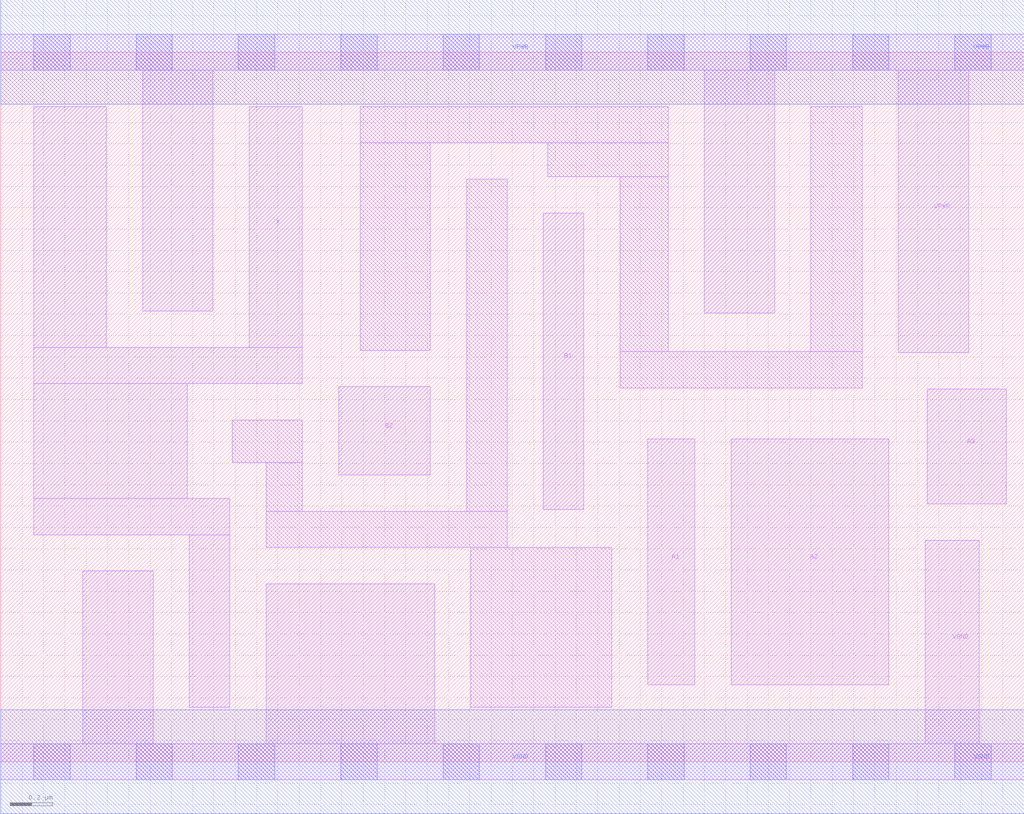
<source format=lef>
# Copyright 2020 The SkyWater PDK Authors
#
# Licensed under the Apache License, Version 2.0 (the "License");
# you may not use this file except in compliance with the License.
# You may obtain a copy of the License at
#
#     https://www.apache.org/licenses/LICENSE-2.0
#
# Unless required by applicable law or agreed to in writing, software
# distributed under the License is distributed on an "AS IS" BASIS,
# WITHOUT WARRANTIES OR CONDITIONS OF ANY KIND, either express or implied.
# See the License for the specific language governing permissions and
# limitations under the License.
#
# SPDX-License-Identifier: Apache-2.0

VERSION 5.7 ;
  NAMESCASESENSITIVE ON ;
  NOWIREEXTENSIONATPIN ON ;
  DIVIDERCHAR "/" ;
  BUSBITCHARS "[]" ;
UNITS
  DATABASE MICRONS 200 ;
END UNITS
MACRO sky130_fd_sc_lp__a32o_2
  CLASS CORE ;
  SOURCE USER ;
  FOREIGN sky130_fd_sc_lp__a32o_2 ;
  ORIGIN  0.000000  0.000000 ;
  SIZE  4.800000 BY  3.330000 ;
  SYMMETRY X Y R90 ;
  SITE unit ;
  PIN A1
    ANTENNAGATEAREA  0.315000 ;
    DIRECTION INPUT ;
    USE SIGNAL ;
    PORT
      LAYER li1 ;
        RECT 3.035000 0.360000 3.255000 1.515000 ;
    END
  END A1
  PIN A2
    ANTENNAGATEAREA  0.315000 ;
    DIRECTION INPUT ;
    USE SIGNAL ;
    PORT
      LAYER li1 ;
        RECT 3.425000 0.360000 4.165000 1.515000 ;
    END
  END A2
  PIN A3
    ANTENNAGATEAREA  0.315000 ;
    DIRECTION INPUT ;
    USE SIGNAL ;
    PORT
      LAYER li1 ;
        RECT 4.345000 1.210000 4.715000 1.750000 ;
    END
  END A3
  PIN B1
    ANTENNAGATEAREA  0.315000 ;
    DIRECTION INPUT ;
    USE SIGNAL ;
    PORT
      LAYER li1 ;
        RECT 2.545000 1.185000 2.735000 2.575000 ;
    END
  END B1
  PIN B2
    ANTENNAGATEAREA  0.315000 ;
    DIRECTION INPUT ;
    USE SIGNAL ;
    PORT
      LAYER li1 ;
        RECT 1.585000 1.345000 2.015000 1.760000 ;
    END
  END B2
  PIN X
    ANTENNADIFFAREA  0.903000 ;
    DIRECTION OUTPUT ;
    USE SIGNAL ;
    PORT
      LAYER li1 ;
        RECT 0.155000 1.065000 1.075000 1.235000 ;
        RECT 0.155000 1.235000 0.875000 1.775000 ;
        RECT 0.155000 1.775000 1.415000 1.945000 ;
        RECT 0.155000 1.945000 0.495000 3.075000 ;
        RECT 0.885000 0.255000 1.075000 1.065000 ;
        RECT 1.165000 1.945000 1.415000 3.075000 ;
    END
  END X
  PIN VGND
    DIRECTION INOUT ;
    USE GROUND ;
    PORT
      LAYER li1 ;
        RECT 0.000000 -0.085000 4.800000 0.085000 ;
        RECT 0.385000  0.085000 0.715000 0.895000 ;
        RECT 1.245000  0.085000 2.035000 0.835000 ;
        RECT 4.335000  0.085000 4.590000 1.040000 ;
      LAYER mcon ;
        RECT 0.155000 -0.085000 0.325000 0.085000 ;
        RECT 0.635000 -0.085000 0.805000 0.085000 ;
        RECT 1.115000 -0.085000 1.285000 0.085000 ;
        RECT 1.595000 -0.085000 1.765000 0.085000 ;
        RECT 2.075000 -0.085000 2.245000 0.085000 ;
        RECT 2.555000 -0.085000 2.725000 0.085000 ;
        RECT 3.035000 -0.085000 3.205000 0.085000 ;
        RECT 3.515000 -0.085000 3.685000 0.085000 ;
        RECT 3.995000 -0.085000 4.165000 0.085000 ;
        RECT 4.475000 -0.085000 4.645000 0.085000 ;
      LAYER met1 ;
        RECT 0.000000 -0.245000 4.800000 0.245000 ;
    END
  END VGND
  PIN VPWR
    DIRECTION INOUT ;
    USE POWER ;
    PORT
      LAYER li1 ;
        RECT 0.000000 3.245000 4.800000 3.415000 ;
        RECT 0.665000 2.115000 0.995000 3.245000 ;
        RECT 3.300000 2.105000 3.630000 3.245000 ;
        RECT 4.210000 1.920000 4.540000 3.245000 ;
      LAYER mcon ;
        RECT 0.155000 3.245000 0.325000 3.415000 ;
        RECT 0.635000 3.245000 0.805000 3.415000 ;
        RECT 1.115000 3.245000 1.285000 3.415000 ;
        RECT 1.595000 3.245000 1.765000 3.415000 ;
        RECT 2.075000 3.245000 2.245000 3.415000 ;
        RECT 2.555000 3.245000 2.725000 3.415000 ;
        RECT 3.035000 3.245000 3.205000 3.415000 ;
        RECT 3.515000 3.245000 3.685000 3.415000 ;
        RECT 3.995000 3.245000 4.165000 3.415000 ;
        RECT 4.475000 3.245000 4.645000 3.415000 ;
      LAYER met1 ;
        RECT 0.000000 3.085000 4.800000 3.575000 ;
    END
  END VPWR
  OBS
    LAYER li1 ;
      RECT 1.085000 1.405000 1.415000 1.605000 ;
      RECT 1.245000 1.005000 2.375000 1.175000 ;
      RECT 1.245000 1.175000 1.415000 1.405000 ;
      RECT 1.685000 1.930000 2.015000 2.905000 ;
      RECT 1.685000 2.905000 3.130000 3.075000 ;
      RECT 2.185000 1.175000 2.375000 2.735000 ;
      RECT 2.205000 0.255000 2.865000 1.005000 ;
      RECT 2.565000 2.745000 3.130000 2.905000 ;
      RECT 2.905000 1.755000 4.040000 1.925000 ;
      RECT 2.905000 1.925000 3.130000 2.745000 ;
      RECT 3.800000 1.925000 4.040000 3.075000 ;
  END
END sky130_fd_sc_lp__a32o_2

</source>
